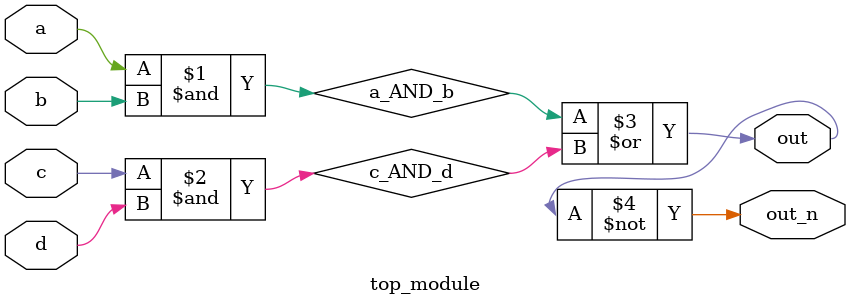
<source format=v>
module top_module(
    input a,
    input b,
    input c,
    input d,
    output out,
    output out_n   ); 
    
    wire a_AND_b, c_AND_d;
    
    assign a_AND_b = a & b;
    assign c_AND_d = c & d;
    assign out = (a_AND_b) | (c_AND_d);
    assign out_n = ~out;

endmodule

</source>
